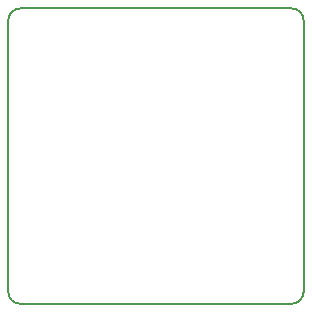
<source format=gm1>
G04 #@! TF.GenerationSoftware,KiCad,Pcbnew,(5.1.2)-1*
G04 #@! TF.CreationDate,2022-10-09T20:42:29+09:00*
G04 #@! TF.ProjectId,ble5,626c6535-2e6b-4696-9361-645f70636258,v2.1*
G04 #@! TF.SameCoordinates,Original*
G04 #@! TF.FileFunction,Profile,NP*
%FSLAX46Y46*%
G04 Gerber Fmt 4.6, Leading zero omitted, Abs format (unit mm)*
G04 Created by KiCad (PCBNEW (5.1.2)-1) date 2022-10-09 20:42:29*
%MOMM*%
%LPD*%
G04 APERTURE LIST*
%ADD10C,0.150000*%
G04 APERTURE END LIST*
D10*
X137000000Y-39000000D02*
X114000000Y-39000000D01*
X138000000Y-63000000D02*
G75*
G02X137000000Y-64000000I-1000000J0D01*
G01*
X114000000Y-64000000D02*
G75*
G02X113000000Y-63000000I0J1000000D01*
G01*
X113000000Y-40000000D02*
G75*
G02X114000000Y-39000000I1000000J0D01*
G01*
X137000000Y-39000000D02*
G75*
G02X138000000Y-40000000I0J-1000000D01*
G01*
X113000000Y-40000000D02*
X113000000Y-42000000D01*
X113000000Y-42000000D02*
X113000000Y-63000000D01*
X138000000Y-63000000D02*
X138000000Y-40000000D01*
X114000000Y-64000000D02*
X137000000Y-64000000D01*
M02*

</source>
